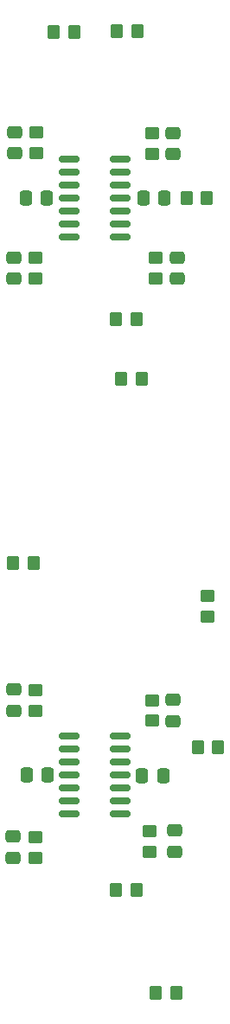
<source format=gbr>
%TF.GenerationSoftware,KiCad,Pcbnew,8.0.3-8.0.3-0~ubuntu22.04.1*%
%TF.CreationDate,2024-07-22T11:51:30+02:00*%
%TF.ProjectId,splt_mlt,73706c74-5f6d-46c7-942e-6b696361645f,rev?*%
%TF.SameCoordinates,Original*%
%TF.FileFunction,Paste,Bot*%
%TF.FilePolarity,Positive*%
%FSLAX46Y46*%
G04 Gerber Fmt 4.6, Leading zero omitted, Abs format (unit mm)*
G04 Created by KiCad (PCBNEW 8.0.3-8.0.3-0~ubuntu22.04.1) date 2024-07-22 11:51:30*
%MOMM*%
%LPD*%
G01*
G04 APERTURE LIST*
G04 Aperture macros list*
%AMRoundRect*
0 Rectangle with rounded corners*
0 $1 Rounding radius*
0 $2 $3 $4 $5 $6 $7 $8 $9 X,Y pos of 4 corners*
0 Add a 4 corners polygon primitive as box body*
4,1,4,$2,$3,$4,$5,$6,$7,$8,$9,$2,$3,0*
0 Add four circle primitives for the rounded corners*
1,1,$1+$1,$2,$3*
1,1,$1+$1,$4,$5*
1,1,$1+$1,$6,$7*
1,1,$1+$1,$8,$9*
0 Add four rect primitives between the rounded corners*
20,1,$1+$1,$2,$3,$4,$5,0*
20,1,$1+$1,$4,$5,$6,$7,0*
20,1,$1+$1,$6,$7,$8,$9,0*
20,1,$1+$1,$8,$9,$2,$3,0*%
G04 Aperture macros list end*
%ADD10RoundRect,0.250000X-0.350000X-0.450000X0.350000X-0.450000X0.350000X0.450000X-0.350000X0.450000X0*%
%ADD11RoundRect,0.250000X-0.475000X0.337500X-0.475000X-0.337500X0.475000X-0.337500X0.475000X0.337500X0*%
%ADD12RoundRect,0.250000X0.475000X-0.337500X0.475000X0.337500X-0.475000X0.337500X-0.475000X-0.337500X0*%
%ADD13RoundRect,0.150000X0.825000X0.150000X-0.825000X0.150000X-0.825000X-0.150000X0.825000X-0.150000X0*%
%ADD14RoundRect,0.250000X0.450000X-0.350000X0.450000X0.350000X-0.450000X0.350000X-0.450000X-0.350000X0*%
%ADD15RoundRect,0.250000X-0.450000X0.350000X-0.450000X-0.350000X0.450000X-0.350000X0.450000X0.350000X0*%
%ADD16RoundRect,0.250000X-0.337500X-0.475000X0.337500X-0.475000X0.337500X0.475000X-0.337500X0.475000X0*%
%ADD17RoundRect,0.250000X0.350000X0.450000X-0.350000X0.450000X-0.350000X-0.450000X0.350000X-0.450000X0*%
G04 APERTURE END LIST*
D10*
%TO.C,R8*%
X99340000Y-85100000D03*
X101340000Y-85100000D03*
%TD*%
D11*
%TO.C,C11*%
X89240000Y-135725000D03*
X89240000Y-137800000D03*
%TD*%
D12*
%TO.C,C9*%
X104940000Y-124437500D03*
X104940000Y-122362500D03*
%TD*%
D13*
%TO.C,U2*%
X99715000Y-125867500D03*
X99715000Y-127137500D03*
X99715000Y-128407500D03*
X99715000Y-129677500D03*
X99715000Y-130947500D03*
X99715000Y-132217500D03*
X99715000Y-133487500D03*
X94765000Y-133487500D03*
X94765000Y-132217500D03*
X94765000Y-130947500D03*
X94765000Y-129677500D03*
X94765000Y-128407500D03*
X94765000Y-127137500D03*
X94765000Y-125867500D03*
%TD*%
D12*
%TO.C,C6*%
X89440000Y-68837500D03*
X89440000Y-66762500D03*
%TD*%
D14*
%TO.C,R14*%
X91440000Y-123400000D03*
X91440000Y-121400000D03*
%TD*%
D13*
%TO.C,U1*%
X99715000Y-69390000D03*
X99715000Y-70660000D03*
X99715000Y-71930000D03*
X99715000Y-73200000D03*
X99715000Y-74470000D03*
X99715000Y-75740000D03*
X99715000Y-77010000D03*
X94765000Y-77010000D03*
X94765000Y-75740000D03*
X94765000Y-74470000D03*
X94765000Y-73200000D03*
X94765000Y-71930000D03*
X94765000Y-70660000D03*
X94765000Y-69390000D03*
%TD*%
D11*
%TO.C,C10*%
X105040000Y-135125000D03*
X105040000Y-137200000D03*
%TD*%
D15*
%TO.C,R3*%
X103240000Y-79100000D03*
X103240000Y-81100000D03*
%TD*%
%TO.C,R4*%
X91440000Y-79100000D03*
X91440000Y-81100000D03*
%TD*%
D14*
%TO.C,R15*%
X108340000Y-114200000D03*
X108340000Y-112200000D03*
%TD*%
D16*
%TO.C,C8*%
X101902500Y-129800000D03*
X103977500Y-129800000D03*
%TD*%
D10*
%TO.C,R1*%
X93240000Y-57000000D03*
X95240000Y-57000000D03*
%TD*%
D12*
%TO.C,C12*%
X89340000Y-123400000D03*
X89340000Y-121325000D03*
%TD*%
D10*
%TO.C,R10*%
X89240000Y-109000000D03*
X91240000Y-109000000D03*
%TD*%
%TO.C,R9*%
X99840000Y-90900000D03*
X101840000Y-90900000D03*
%TD*%
%TO.C,R7*%
X106240000Y-73200000D03*
X108240000Y-73200000D03*
%TD*%
D15*
%TO.C,R13*%
X91440000Y-135800000D03*
X91440000Y-137800000D03*
%TD*%
D14*
%TO.C,R5*%
X91540000Y-68800000D03*
X91540000Y-66800000D03*
%TD*%
D10*
%TO.C,R6*%
X99440000Y-56900000D03*
X101440000Y-56900000D03*
%TD*%
D15*
%TO.C,R12*%
X102640000Y-135200000D03*
X102640000Y-137200000D03*
%TD*%
D17*
%TO.C,R16*%
X109340000Y-127000000D03*
X107340000Y-127000000D03*
%TD*%
D11*
%TO.C,C5*%
X89340000Y-79062500D03*
X89340000Y-81137500D03*
%TD*%
D10*
%TO.C,R17*%
X99340000Y-141000000D03*
X101340000Y-141000000D03*
%TD*%
D14*
%TO.C,R11*%
X102840000Y-124400000D03*
X102840000Y-122400000D03*
%TD*%
D12*
%TO.C,C3*%
X104940000Y-68937500D03*
X104940000Y-66862500D03*
%TD*%
D10*
%TO.C,R18*%
X103240000Y-151000000D03*
X105240000Y-151000000D03*
%TD*%
D14*
%TO.C,R2*%
X102840000Y-68900000D03*
X102840000Y-66900000D03*
%TD*%
D16*
%TO.C,C1*%
X90502500Y-73200000D03*
X92577500Y-73200000D03*
%TD*%
%TO.C,C7*%
X90602500Y-129700000D03*
X92677500Y-129700000D03*
%TD*%
%TO.C,C2*%
X102002500Y-73200000D03*
X104077500Y-73200000D03*
%TD*%
D11*
%TO.C,C4*%
X105340000Y-79062500D03*
X105340000Y-81137500D03*
%TD*%
M02*

</source>
